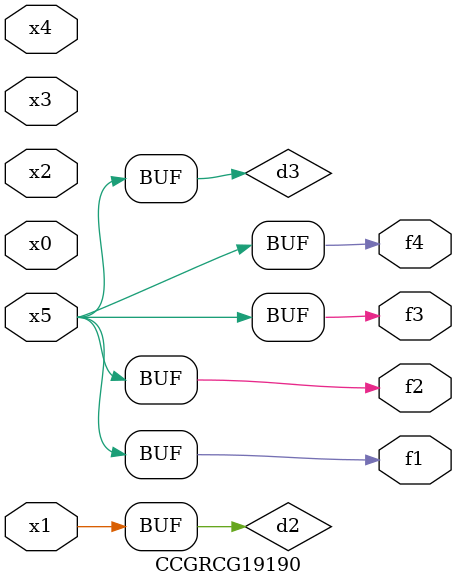
<source format=v>
module CCGRCG19190(
	input x0, x1, x2, x3, x4, x5,
	output f1, f2, f3, f4
);

	wire d1, d2, d3;

	not (d1, x5);
	or (d2, x1);
	xnor (d3, d1);
	assign f1 = d3;
	assign f2 = d3;
	assign f3 = d3;
	assign f4 = d3;
endmodule

</source>
